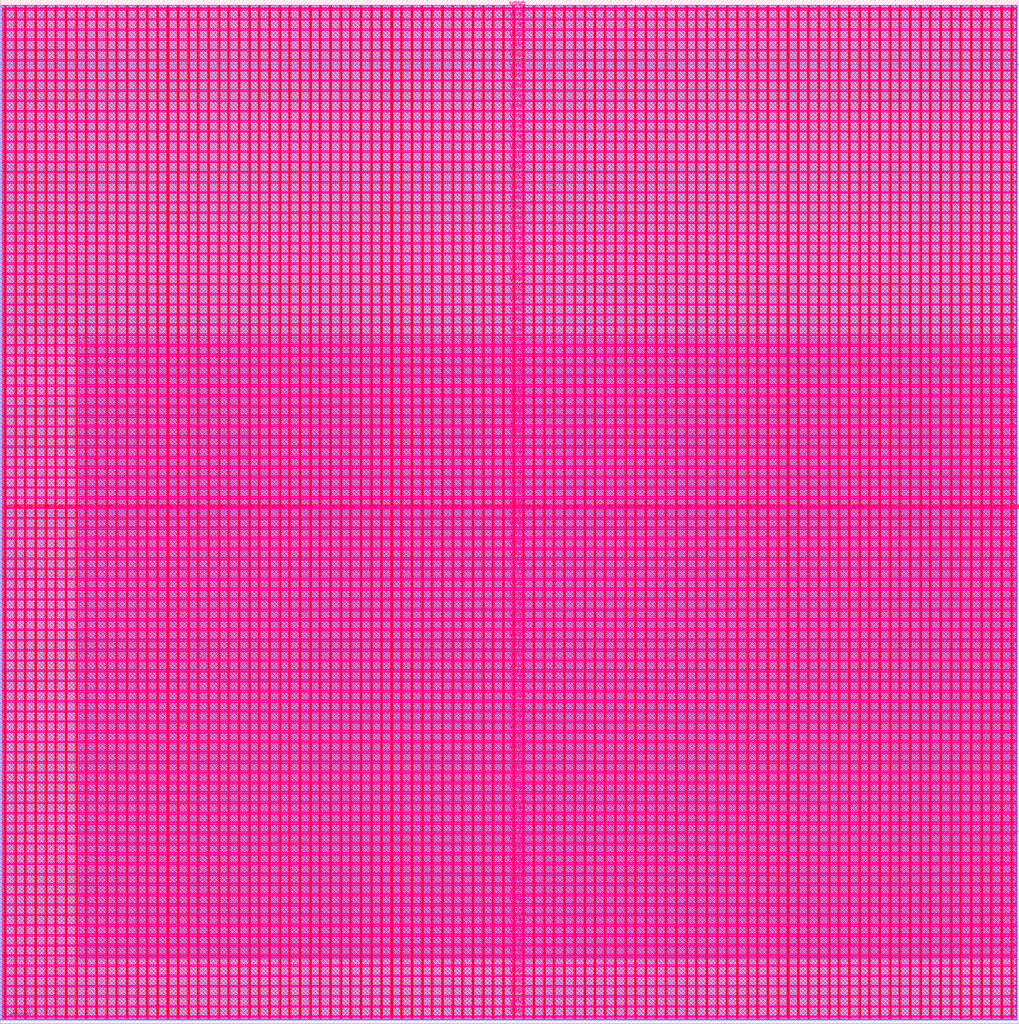
<source format=lef>
VERSION 5.7 ;
  NOWIREEXTENSIONATPIN ON ;
  DIVIDERCHAR "/" ;
  BUSBITCHARS "[]" ;
MACRO cpu
  CLASS BLOCK ;
  FOREIGN cpu ;
  ORIGIN 0.000 0.000 ;
  SIZE 2504.975 BY 2515.695 ;
  PIN VGND
    DIRECTION INOUT ;
    USE GROUND ;
    PORT
      LAYER met4 ;
        RECT 13.020 10.640 14.620 2502.640 ;
    END
    PORT
      LAYER met4 ;
        RECT 38.020 10.640 39.620 2502.640 ;
    END
    PORT
      LAYER met4 ;
        RECT 63.020 10.640 64.620 2502.640 ;
    END
    PORT
      LAYER met4 ;
        RECT 88.020 10.640 89.620 2502.640 ;
    END
    PORT
      LAYER met4 ;
        RECT 113.020 10.640 114.620 2502.640 ;
    END
    PORT
      LAYER met4 ;
        RECT 138.020 10.640 139.620 2502.640 ;
    END
    PORT
      LAYER met4 ;
        RECT 163.020 10.640 164.620 2502.640 ;
    END
    PORT
      LAYER met4 ;
        RECT 188.020 10.640 189.620 2502.640 ;
    END
    PORT
      LAYER met4 ;
        RECT 213.020 10.640 214.620 2502.640 ;
    END
    PORT
      LAYER met4 ;
        RECT 238.020 10.640 239.620 2502.640 ;
    END
    PORT
      LAYER met4 ;
        RECT 263.020 10.640 264.620 2502.640 ;
    END
    PORT
      LAYER met4 ;
        RECT 288.020 10.640 289.620 2502.640 ;
    END
    PORT
      LAYER met4 ;
        RECT 313.020 10.640 314.620 2502.640 ;
    END
    PORT
      LAYER met4 ;
        RECT 338.020 10.640 339.620 2502.640 ;
    END
    PORT
      LAYER met4 ;
        RECT 363.020 10.640 364.620 2502.640 ;
    END
    PORT
      LAYER met4 ;
        RECT 388.020 10.640 389.620 2502.640 ;
    END
    PORT
      LAYER met4 ;
        RECT 413.020 10.640 414.620 2502.640 ;
    END
    PORT
      LAYER met4 ;
        RECT 438.020 10.640 439.620 2502.640 ;
    END
    PORT
      LAYER met4 ;
        RECT 463.020 10.640 464.620 2502.640 ;
    END
    PORT
      LAYER met4 ;
        RECT 488.020 10.640 489.620 2502.640 ;
    END
    PORT
      LAYER met4 ;
        RECT 513.020 10.640 514.620 2502.640 ;
    END
    PORT
      LAYER met4 ;
        RECT 538.020 10.640 539.620 2502.640 ;
    END
    PORT
      LAYER met4 ;
        RECT 563.020 10.640 564.620 2502.640 ;
    END
    PORT
      LAYER met4 ;
        RECT 588.020 10.640 589.620 2502.640 ;
    END
    PORT
      LAYER met4 ;
        RECT 613.020 10.640 614.620 2502.640 ;
    END
    PORT
      LAYER met4 ;
        RECT 638.020 10.640 639.620 2502.640 ;
    END
    PORT
      LAYER met4 ;
        RECT 663.020 10.640 664.620 2502.640 ;
    END
    PORT
      LAYER met4 ;
        RECT 688.020 10.640 689.620 2502.640 ;
    END
    PORT
      LAYER met4 ;
        RECT 713.020 10.640 714.620 2502.640 ;
    END
    PORT
      LAYER met4 ;
        RECT 738.020 10.640 739.620 2502.640 ;
    END
    PORT
      LAYER met4 ;
        RECT 763.020 10.640 764.620 2502.640 ;
    END
    PORT
      LAYER met4 ;
        RECT 788.020 10.640 789.620 2502.640 ;
    END
    PORT
      LAYER met4 ;
        RECT 813.020 10.640 814.620 2502.640 ;
    END
    PORT
      LAYER met4 ;
        RECT 838.020 10.640 839.620 2502.640 ;
    END
    PORT
      LAYER met4 ;
        RECT 863.020 10.640 864.620 2502.640 ;
    END
    PORT
      LAYER met4 ;
        RECT 888.020 10.640 889.620 2502.640 ;
    END
    PORT
      LAYER met4 ;
        RECT 913.020 10.640 914.620 2502.640 ;
    END
    PORT
      LAYER met4 ;
        RECT 938.020 10.640 939.620 2502.640 ;
    END
    PORT
      LAYER met4 ;
        RECT 963.020 10.640 964.620 2502.640 ;
    END
    PORT
      LAYER met4 ;
        RECT 988.020 10.640 989.620 2502.640 ;
    END
    PORT
      LAYER met4 ;
        RECT 1013.020 10.640 1014.620 2502.640 ;
    END
    PORT
      LAYER met4 ;
        RECT 1038.020 10.640 1039.620 2502.640 ;
    END
    PORT
      LAYER met4 ;
        RECT 1063.020 10.640 1064.620 2502.640 ;
    END
    PORT
      LAYER met4 ;
        RECT 1088.020 10.640 1089.620 2502.640 ;
    END
    PORT
      LAYER met4 ;
        RECT 1113.020 10.640 1114.620 2502.640 ;
    END
    PORT
      LAYER met4 ;
        RECT 1138.020 10.640 1139.620 2502.640 ;
    END
    PORT
      LAYER met4 ;
        RECT 1163.020 10.640 1164.620 2502.640 ;
    END
    PORT
      LAYER met4 ;
        RECT 1188.020 10.640 1189.620 2502.640 ;
    END
    PORT
      LAYER met4 ;
        RECT 1213.020 10.640 1214.620 2502.640 ;
    END
    PORT
      LAYER met4 ;
        RECT 1238.020 10.640 1239.620 2502.640 ;
    END
    PORT
      LAYER met4 ;
        RECT 1263.020 10.640 1264.620 2502.640 ;
    END
    PORT
      LAYER met4 ;
        RECT 1288.020 10.640 1289.620 2502.640 ;
    END
    PORT
      LAYER met4 ;
        RECT 1313.020 10.640 1314.620 2502.640 ;
    END
    PORT
      LAYER met4 ;
        RECT 1338.020 10.640 1339.620 2502.640 ;
    END
    PORT
      LAYER met4 ;
        RECT 1363.020 10.640 1364.620 2502.640 ;
    END
    PORT
      LAYER met4 ;
        RECT 1388.020 10.640 1389.620 2502.640 ;
    END
    PORT
      LAYER met4 ;
        RECT 1413.020 10.640 1414.620 2502.640 ;
    END
    PORT
      LAYER met4 ;
        RECT 1438.020 10.640 1439.620 2502.640 ;
    END
    PORT
      LAYER met4 ;
        RECT 1463.020 10.640 1464.620 2502.640 ;
    END
    PORT
      LAYER met4 ;
        RECT 1488.020 10.640 1489.620 2502.640 ;
    END
    PORT
      LAYER met4 ;
        RECT 1513.020 10.640 1514.620 2502.640 ;
    END
    PORT
      LAYER met4 ;
        RECT 1538.020 10.640 1539.620 2502.640 ;
    END
    PORT
      LAYER met4 ;
        RECT 1563.020 10.640 1564.620 2502.640 ;
    END
    PORT
      LAYER met4 ;
        RECT 1588.020 10.640 1589.620 2502.640 ;
    END
    PORT
      LAYER met4 ;
        RECT 1613.020 10.640 1614.620 2502.640 ;
    END
    PORT
      LAYER met4 ;
        RECT 1638.020 10.640 1639.620 2502.640 ;
    END
    PORT
      LAYER met4 ;
        RECT 1663.020 10.640 1664.620 2502.640 ;
    END
    PORT
      LAYER met4 ;
        RECT 1688.020 10.640 1689.620 2502.640 ;
    END
    PORT
      LAYER met4 ;
        RECT 1713.020 10.640 1714.620 2502.640 ;
    END
    PORT
      LAYER met4 ;
        RECT 1738.020 10.640 1739.620 2502.640 ;
    END
    PORT
      LAYER met4 ;
        RECT 1763.020 10.640 1764.620 2502.640 ;
    END
    PORT
      LAYER met4 ;
        RECT 1788.020 10.640 1789.620 2502.640 ;
    END
    PORT
      LAYER met4 ;
        RECT 1813.020 10.640 1814.620 2502.640 ;
    END
    PORT
      LAYER met4 ;
        RECT 1838.020 10.640 1839.620 2502.640 ;
    END
    PORT
      LAYER met4 ;
        RECT 1863.020 10.640 1864.620 2502.640 ;
    END
    PORT
      LAYER met4 ;
        RECT 1888.020 10.640 1889.620 2502.640 ;
    END
    PORT
      LAYER met4 ;
        RECT 1913.020 10.640 1914.620 2502.640 ;
    END
    PORT
      LAYER met4 ;
        RECT 1938.020 10.640 1939.620 2502.640 ;
    END
    PORT
      LAYER met4 ;
        RECT 1963.020 10.640 1964.620 2502.640 ;
    END
    PORT
      LAYER met4 ;
        RECT 1988.020 10.640 1989.620 2502.640 ;
    END
    PORT
      LAYER met4 ;
        RECT 2013.020 10.640 2014.620 2502.640 ;
    END
    PORT
      LAYER met4 ;
        RECT 2038.020 10.640 2039.620 2502.640 ;
    END
    PORT
      LAYER met4 ;
        RECT 2063.020 10.640 2064.620 2502.640 ;
    END
    PORT
      LAYER met4 ;
        RECT 2088.020 10.640 2089.620 2502.640 ;
    END
    PORT
      LAYER met4 ;
        RECT 2113.020 10.640 2114.620 2502.640 ;
    END
    PORT
      LAYER met4 ;
        RECT 2138.020 10.640 2139.620 2502.640 ;
    END
    PORT
      LAYER met4 ;
        RECT 2163.020 10.640 2164.620 2502.640 ;
    END
    PORT
      LAYER met4 ;
        RECT 2188.020 10.640 2189.620 2502.640 ;
    END
    PORT
      LAYER met4 ;
        RECT 2213.020 10.640 2214.620 2502.640 ;
    END
    PORT
      LAYER met4 ;
        RECT 2238.020 10.640 2239.620 2502.640 ;
    END
    PORT
      LAYER met4 ;
        RECT 2263.020 10.640 2264.620 2502.640 ;
    END
    PORT
      LAYER met4 ;
        RECT 2288.020 10.640 2289.620 2502.640 ;
    END
    PORT
      LAYER met4 ;
        RECT 2313.020 10.640 2314.620 2502.640 ;
    END
    PORT
      LAYER met4 ;
        RECT 2338.020 10.640 2339.620 2502.640 ;
    END
    PORT
      LAYER met4 ;
        RECT 2363.020 10.640 2364.620 2502.640 ;
    END
    PORT
      LAYER met4 ;
        RECT 2388.020 10.640 2389.620 2502.640 ;
    END
    PORT
      LAYER met4 ;
        RECT 2413.020 10.640 2414.620 2502.640 ;
    END
    PORT
      LAYER met4 ;
        RECT 2438.020 10.640 2439.620 2502.640 ;
    END
    PORT
      LAYER met4 ;
        RECT 2463.020 10.640 2464.620 2502.640 ;
    END
    PORT
      LAYER met4 ;
        RECT 2488.020 10.640 2489.620 2502.640 ;
    END
    PORT
      LAYER met5 ;
        RECT 5.280 18.380 2499.420 19.980 ;
    END
    PORT
      LAYER met5 ;
        RECT 5.280 43.380 2499.420 44.980 ;
    END
    PORT
      LAYER met5 ;
        RECT 5.280 68.380 2499.420 69.980 ;
    END
    PORT
      LAYER met5 ;
        RECT 5.280 93.380 2499.420 94.980 ;
    END
    PORT
      LAYER met5 ;
        RECT 5.280 118.380 2499.420 119.980 ;
    END
    PORT
      LAYER met5 ;
        RECT 5.280 143.380 2499.420 144.980 ;
    END
    PORT
      LAYER met5 ;
        RECT 5.280 168.380 2499.420 169.980 ;
    END
    PORT
      LAYER met5 ;
        RECT 5.280 193.380 2499.420 194.980 ;
    END
    PORT
      LAYER met5 ;
        RECT 5.280 218.380 2499.420 219.980 ;
    END
    PORT
      LAYER met5 ;
        RECT 5.280 243.380 2499.420 244.980 ;
    END
    PORT
      LAYER met5 ;
        RECT 5.280 268.380 2499.420 269.980 ;
    END
    PORT
      LAYER met5 ;
        RECT 5.280 293.380 2499.420 294.980 ;
    END
    PORT
      LAYER met5 ;
        RECT 5.280 318.380 2499.420 319.980 ;
    END
    PORT
      LAYER met5 ;
        RECT 5.280 343.380 2499.420 344.980 ;
    END
    PORT
      LAYER met5 ;
        RECT 5.280 368.380 2499.420 369.980 ;
    END
    PORT
      LAYER met5 ;
        RECT 5.280 393.380 2499.420 394.980 ;
    END
    PORT
      LAYER met5 ;
        RECT 5.280 418.380 2499.420 419.980 ;
    END
    PORT
      LAYER met5 ;
        RECT 5.280 443.380 2499.420 444.980 ;
    END
    PORT
      LAYER met5 ;
        RECT 5.280 468.380 2499.420 469.980 ;
    END
    PORT
      LAYER met5 ;
        RECT 5.280 493.380 2499.420 494.980 ;
    END
    PORT
      LAYER met5 ;
        RECT 5.280 518.380 2499.420 519.980 ;
    END
    PORT
      LAYER met5 ;
        RECT 5.280 543.380 2499.420 544.980 ;
    END
    PORT
      LAYER met5 ;
        RECT 5.280 568.380 2499.420 569.980 ;
    END
    PORT
      LAYER met5 ;
        RECT 5.280 593.380 2499.420 594.980 ;
    END
    PORT
      LAYER met5 ;
        RECT 5.280 618.380 2499.420 619.980 ;
    END
    PORT
      LAYER met5 ;
        RECT 5.280 643.380 2499.420 644.980 ;
    END
    PORT
      LAYER met5 ;
        RECT 5.280 668.380 2499.420 669.980 ;
    END
    PORT
      LAYER met5 ;
        RECT 5.280 693.380 2499.420 694.980 ;
    END
    PORT
      LAYER met5 ;
        RECT 5.280 718.380 2499.420 719.980 ;
    END
    PORT
      LAYER met5 ;
        RECT 5.280 743.380 2499.420 744.980 ;
    END
    PORT
      LAYER met5 ;
        RECT 5.280 768.380 2499.420 769.980 ;
    END
    PORT
      LAYER met5 ;
        RECT 5.280 793.380 2499.420 794.980 ;
    END
    PORT
      LAYER met5 ;
        RECT 5.280 818.380 2499.420 819.980 ;
    END
    PORT
      LAYER met5 ;
        RECT 5.280 843.380 2499.420 844.980 ;
    END
    PORT
      LAYER met5 ;
        RECT 5.280 868.380 2499.420 869.980 ;
    END
    PORT
      LAYER met5 ;
        RECT 5.280 893.380 2499.420 894.980 ;
    END
    PORT
      LAYER met5 ;
        RECT 5.280 918.380 2499.420 919.980 ;
    END
    PORT
      LAYER met5 ;
        RECT 5.280 943.380 2499.420 944.980 ;
    END
    PORT
      LAYER met5 ;
        RECT 5.280 968.380 2499.420 969.980 ;
    END
    PORT
      LAYER met5 ;
        RECT 5.280 993.380 2499.420 994.980 ;
    END
    PORT
      LAYER met5 ;
        RECT 5.280 1018.380 2499.420 1019.980 ;
    END
    PORT
      LAYER met5 ;
        RECT 5.280 1043.380 2499.420 1044.980 ;
    END
    PORT
      LAYER met5 ;
        RECT 5.280 1068.380 2499.420 1069.980 ;
    END
    PORT
      LAYER met5 ;
        RECT 5.280 1093.380 2499.420 1094.980 ;
    END
    PORT
      LAYER met5 ;
        RECT 5.280 1118.380 2499.420 1119.980 ;
    END
    PORT
      LAYER met5 ;
        RECT 5.280 1143.380 2499.420 1144.980 ;
    END
    PORT
      LAYER met5 ;
        RECT 5.280 1168.380 2499.420 1169.980 ;
    END
    PORT
      LAYER met5 ;
        RECT 5.280 1193.380 2499.420 1194.980 ;
    END
    PORT
      LAYER met5 ;
        RECT 5.280 1218.380 2499.420 1219.980 ;
    END
    PORT
      LAYER met5 ;
        RECT 5.280 1243.380 2499.420 1244.980 ;
    END
    PORT
      LAYER met5 ;
        RECT 5.280 1268.380 2499.420 1269.980 ;
    END
    PORT
      LAYER met5 ;
        RECT 5.280 1293.380 2499.420 1294.980 ;
    END
    PORT
      LAYER met5 ;
        RECT 5.280 1318.380 2499.420 1319.980 ;
    END
    PORT
      LAYER met5 ;
        RECT 5.280 1343.380 2499.420 1344.980 ;
    END
    PORT
      LAYER met5 ;
        RECT 5.280 1368.380 2499.420 1369.980 ;
    END
    PORT
      LAYER met5 ;
        RECT 5.280 1393.380 2499.420 1394.980 ;
    END
    PORT
      LAYER met5 ;
        RECT 5.280 1418.380 2499.420 1419.980 ;
    END
    PORT
      LAYER met5 ;
        RECT 5.280 1443.380 2499.420 1444.980 ;
    END
    PORT
      LAYER met5 ;
        RECT 5.280 1468.380 2499.420 1469.980 ;
    END
    PORT
      LAYER met5 ;
        RECT 5.280 1493.380 2499.420 1494.980 ;
    END
    PORT
      LAYER met5 ;
        RECT 5.280 1518.380 2499.420 1519.980 ;
    END
    PORT
      LAYER met5 ;
        RECT 5.280 1543.380 2499.420 1544.980 ;
    END
    PORT
      LAYER met5 ;
        RECT 5.280 1568.380 2499.420 1569.980 ;
    END
    PORT
      LAYER met5 ;
        RECT 5.280 1593.380 2499.420 1594.980 ;
    END
    PORT
      LAYER met5 ;
        RECT 5.280 1618.380 2499.420 1619.980 ;
    END
    PORT
      LAYER met5 ;
        RECT 5.280 1643.380 2499.420 1644.980 ;
    END
    PORT
      LAYER met5 ;
        RECT 5.280 1668.380 2499.420 1669.980 ;
    END
    PORT
      LAYER met5 ;
        RECT 5.280 1693.380 2499.420 1694.980 ;
    END
    PORT
      LAYER met5 ;
        RECT 5.280 1718.380 2499.420 1719.980 ;
    END
    PORT
      LAYER met5 ;
        RECT 5.280 1743.380 2499.420 1744.980 ;
    END
    PORT
      LAYER met5 ;
        RECT 5.280 1768.380 2499.420 1769.980 ;
    END
    PORT
      LAYER met5 ;
        RECT 5.280 1793.380 2499.420 1794.980 ;
    END
    PORT
      LAYER met5 ;
        RECT 5.280 1818.380 2499.420 1819.980 ;
    END
    PORT
      LAYER met5 ;
        RECT 5.280 1843.380 2499.420 1844.980 ;
    END
    PORT
      LAYER met5 ;
        RECT 5.280 1868.380 2499.420 1869.980 ;
    END
    PORT
      LAYER met5 ;
        RECT 5.280 1893.380 2499.420 1894.980 ;
    END
    PORT
      LAYER met5 ;
        RECT 5.280 1918.380 2499.420 1919.980 ;
    END
    PORT
      LAYER met5 ;
        RECT 5.280 1943.380 2499.420 1944.980 ;
    END
    PORT
      LAYER met5 ;
        RECT 5.280 1968.380 2499.420 1969.980 ;
    END
    PORT
      LAYER met5 ;
        RECT 5.280 1993.380 2499.420 1994.980 ;
    END
    PORT
      LAYER met5 ;
        RECT 5.280 2018.380 2499.420 2019.980 ;
    END
    PORT
      LAYER met5 ;
        RECT 5.280 2043.380 2499.420 2044.980 ;
    END
    PORT
      LAYER met5 ;
        RECT 5.280 2068.380 2499.420 2069.980 ;
    END
    PORT
      LAYER met5 ;
        RECT 5.280 2093.380 2499.420 2094.980 ;
    END
    PORT
      LAYER met5 ;
        RECT 5.280 2118.380 2499.420 2119.980 ;
    END
    PORT
      LAYER met5 ;
        RECT 5.280 2143.380 2499.420 2144.980 ;
    END
    PORT
      LAYER met5 ;
        RECT 5.280 2168.380 2499.420 2169.980 ;
    END
    PORT
      LAYER met5 ;
        RECT 5.280 2193.380 2499.420 2194.980 ;
    END
    PORT
      LAYER met5 ;
        RECT 5.280 2218.380 2499.420 2219.980 ;
    END
    PORT
      LAYER met5 ;
        RECT 5.280 2243.380 2499.420 2244.980 ;
    END
    PORT
      LAYER met5 ;
        RECT 5.280 2268.380 2499.420 2269.980 ;
    END
    PORT
      LAYER met5 ;
        RECT 5.280 2293.380 2499.420 2294.980 ;
    END
    PORT
      LAYER met5 ;
        RECT 5.280 2318.380 2499.420 2319.980 ;
    END
    PORT
      LAYER met5 ;
        RECT 5.280 2343.380 2499.420 2344.980 ;
    END
    PORT
      LAYER met5 ;
        RECT 5.280 2368.380 2499.420 2369.980 ;
    END
    PORT
      LAYER met5 ;
        RECT 5.280 2393.380 2499.420 2394.980 ;
    END
    PORT
      LAYER met5 ;
        RECT 5.280 2418.380 2499.420 2419.980 ;
    END
    PORT
      LAYER met5 ;
        RECT 5.280 2443.380 2499.420 2444.980 ;
    END
    PORT
      LAYER met5 ;
        RECT 5.280 2468.380 2499.420 2469.980 ;
    END
    PORT
      LAYER met5 ;
        RECT 5.280 2493.380 2499.420 2494.980 ;
    END
  END VGND
  PIN VPWR
    DIRECTION INOUT ;
    USE POWER ;
    PORT
      LAYER met4 ;
        RECT 9.720 10.640 11.320 2502.640 ;
    END
    PORT
      LAYER met4 ;
        RECT 34.720 10.640 36.320 2502.640 ;
    END
    PORT
      LAYER met4 ;
        RECT 59.720 10.640 61.320 2502.640 ;
    END
    PORT
      LAYER met4 ;
        RECT 84.720 10.640 86.320 2502.640 ;
    END
    PORT
      LAYER met4 ;
        RECT 109.720 10.640 111.320 2502.640 ;
    END
    PORT
      LAYER met4 ;
        RECT 134.720 10.640 136.320 2502.640 ;
    END
    PORT
      LAYER met4 ;
        RECT 159.720 10.640 161.320 2502.640 ;
    END
    PORT
      LAYER met4 ;
        RECT 184.720 10.640 186.320 2502.640 ;
    END
    PORT
      LAYER met4 ;
        RECT 209.720 10.640 211.320 2502.640 ;
    END
    PORT
      LAYER met4 ;
        RECT 234.720 10.640 236.320 2502.640 ;
    END
    PORT
      LAYER met4 ;
        RECT 259.720 10.640 261.320 2502.640 ;
    END
    PORT
      LAYER met4 ;
        RECT 284.720 10.640 286.320 2502.640 ;
    END
    PORT
      LAYER met4 ;
        RECT 309.720 10.640 311.320 2502.640 ;
    END
    PORT
      LAYER met4 ;
        RECT 334.720 10.640 336.320 2502.640 ;
    END
    PORT
      LAYER met4 ;
        RECT 359.720 10.640 361.320 2502.640 ;
    END
    PORT
      LAYER met4 ;
        RECT 384.720 10.640 386.320 2502.640 ;
    END
    PORT
      LAYER met4 ;
        RECT 409.720 10.640 411.320 2502.640 ;
    END
    PORT
      LAYER met4 ;
        RECT 434.720 10.640 436.320 2502.640 ;
    END
    PORT
      LAYER met4 ;
        RECT 459.720 10.640 461.320 2502.640 ;
    END
    PORT
      LAYER met4 ;
        RECT 484.720 10.640 486.320 2502.640 ;
    END
    PORT
      LAYER met4 ;
        RECT 509.720 10.640 511.320 2502.640 ;
    END
    PORT
      LAYER met4 ;
        RECT 534.720 10.640 536.320 2502.640 ;
    END
    PORT
      LAYER met4 ;
        RECT 559.720 10.640 561.320 2502.640 ;
    END
    PORT
      LAYER met4 ;
        RECT 584.720 10.640 586.320 2502.640 ;
    END
    PORT
      LAYER met4 ;
        RECT 609.720 10.640 611.320 2502.640 ;
    END
    PORT
      LAYER met4 ;
        RECT 634.720 10.640 636.320 2502.640 ;
    END
    PORT
      LAYER met4 ;
        RECT 659.720 10.640 661.320 2502.640 ;
    END
    PORT
      LAYER met4 ;
        RECT 684.720 10.640 686.320 2502.640 ;
    END
    PORT
      LAYER met4 ;
        RECT 709.720 10.640 711.320 2502.640 ;
    END
    PORT
      LAYER met4 ;
        RECT 734.720 10.640 736.320 2502.640 ;
    END
    PORT
      LAYER met4 ;
        RECT 759.720 10.640 761.320 2502.640 ;
    END
    PORT
      LAYER met4 ;
        RECT 784.720 10.640 786.320 2502.640 ;
    END
    PORT
      LAYER met4 ;
        RECT 809.720 10.640 811.320 2502.640 ;
    END
    PORT
      LAYER met4 ;
        RECT 834.720 10.640 836.320 2502.640 ;
    END
    PORT
      LAYER met4 ;
        RECT 859.720 10.640 861.320 2502.640 ;
    END
    PORT
      LAYER met4 ;
        RECT 884.720 10.640 886.320 2502.640 ;
    END
    PORT
      LAYER met4 ;
        RECT 909.720 10.640 911.320 2502.640 ;
    END
    PORT
      LAYER met4 ;
        RECT 934.720 10.640 936.320 2502.640 ;
    END
    PORT
      LAYER met4 ;
        RECT 959.720 10.640 961.320 2502.640 ;
    END
    PORT
      LAYER met4 ;
        RECT 984.720 10.640 986.320 2502.640 ;
    END
    PORT
      LAYER met4 ;
        RECT 1009.720 10.640 1011.320 2502.640 ;
    END
    PORT
      LAYER met4 ;
        RECT 1034.720 10.640 1036.320 2502.640 ;
    END
    PORT
      LAYER met4 ;
        RECT 1059.720 10.640 1061.320 2502.640 ;
    END
    PORT
      LAYER met4 ;
        RECT 1084.720 10.640 1086.320 2502.640 ;
    END
    PORT
      LAYER met4 ;
        RECT 1109.720 10.640 1111.320 2502.640 ;
    END
    PORT
      LAYER met4 ;
        RECT 1134.720 10.640 1136.320 2502.640 ;
    END
    PORT
      LAYER met4 ;
        RECT 1159.720 10.640 1161.320 2502.640 ;
    END
    PORT
      LAYER met4 ;
        RECT 1184.720 10.640 1186.320 2502.640 ;
    END
    PORT
      LAYER met4 ;
        RECT 1209.720 10.640 1211.320 2502.640 ;
    END
    PORT
      LAYER met4 ;
        RECT 1234.720 10.640 1236.320 2502.640 ;
    END
    PORT
      LAYER met4 ;
        RECT 1259.720 10.640 1261.320 2502.640 ;
    END
    PORT
      LAYER met4 ;
        RECT 1284.720 10.640 1286.320 2502.640 ;
    END
    PORT
      LAYER met4 ;
        RECT 1309.720 10.640 1311.320 2502.640 ;
    END
    PORT
      LAYER met4 ;
        RECT 1334.720 10.640 1336.320 2502.640 ;
    END
    PORT
      LAYER met4 ;
        RECT 1359.720 10.640 1361.320 2502.640 ;
    END
    PORT
      LAYER met4 ;
        RECT 1384.720 10.640 1386.320 2502.640 ;
    END
    PORT
      LAYER met4 ;
        RECT 1409.720 10.640 1411.320 2502.640 ;
    END
    PORT
      LAYER met4 ;
        RECT 1434.720 10.640 1436.320 2502.640 ;
    END
    PORT
      LAYER met4 ;
        RECT 1459.720 10.640 1461.320 2502.640 ;
    END
    PORT
      LAYER met4 ;
        RECT 1484.720 10.640 1486.320 2502.640 ;
    END
    PORT
      LAYER met4 ;
        RECT 1509.720 10.640 1511.320 2502.640 ;
    END
    PORT
      LAYER met4 ;
        RECT 1534.720 10.640 1536.320 2502.640 ;
    END
    PORT
      LAYER met4 ;
        RECT 1559.720 10.640 1561.320 2502.640 ;
    END
    PORT
      LAYER met4 ;
        RECT 1584.720 10.640 1586.320 2502.640 ;
    END
    PORT
      LAYER met4 ;
        RECT 1609.720 10.640 1611.320 2502.640 ;
    END
    PORT
      LAYER met4 ;
        RECT 1634.720 10.640 1636.320 2502.640 ;
    END
    PORT
      LAYER met4 ;
        RECT 1659.720 10.640 1661.320 2502.640 ;
    END
    PORT
      LAYER met4 ;
        RECT 1684.720 10.640 1686.320 2502.640 ;
    END
    PORT
      LAYER met4 ;
        RECT 1709.720 10.640 1711.320 2502.640 ;
    END
    PORT
      LAYER met4 ;
        RECT 1734.720 10.640 1736.320 2502.640 ;
    END
    PORT
      LAYER met4 ;
        RECT 1759.720 10.640 1761.320 2502.640 ;
    END
    PORT
      LAYER met4 ;
        RECT 1784.720 10.640 1786.320 2502.640 ;
    END
    PORT
      LAYER met4 ;
        RECT 1809.720 10.640 1811.320 2502.640 ;
    END
    PORT
      LAYER met4 ;
        RECT 1834.720 10.640 1836.320 2502.640 ;
    END
    PORT
      LAYER met4 ;
        RECT 1859.720 10.640 1861.320 2502.640 ;
    END
    PORT
      LAYER met4 ;
        RECT 1884.720 10.640 1886.320 2502.640 ;
    END
    PORT
      LAYER met4 ;
        RECT 1909.720 10.640 1911.320 2502.640 ;
    END
    PORT
      LAYER met4 ;
        RECT 1934.720 10.640 1936.320 2502.640 ;
    END
    PORT
      LAYER met4 ;
        RECT 1959.720 10.640 1961.320 2502.640 ;
    END
    PORT
      LAYER met4 ;
        RECT 1984.720 10.640 1986.320 2502.640 ;
    END
    PORT
      LAYER met4 ;
        RECT 2009.720 10.640 2011.320 2502.640 ;
    END
    PORT
      LAYER met4 ;
        RECT 2034.720 10.640 2036.320 2502.640 ;
    END
    PORT
      LAYER met4 ;
        RECT 2059.720 10.640 2061.320 2502.640 ;
    END
    PORT
      LAYER met4 ;
        RECT 2084.720 10.640 2086.320 2502.640 ;
    END
    PORT
      LAYER met4 ;
        RECT 2109.720 10.640 2111.320 2502.640 ;
    END
    PORT
      LAYER met4 ;
        RECT 2134.720 10.640 2136.320 2502.640 ;
    END
    PORT
      LAYER met4 ;
        RECT 2159.720 10.640 2161.320 2502.640 ;
    END
    PORT
      LAYER met4 ;
        RECT 2184.720 10.640 2186.320 2502.640 ;
    END
    PORT
      LAYER met4 ;
        RECT 2209.720 10.640 2211.320 2502.640 ;
    END
    PORT
      LAYER met4 ;
        RECT 2234.720 10.640 2236.320 2502.640 ;
    END
    PORT
      LAYER met4 ;
        RECT 2259.720 10.640 2261.320 2502.640 ;
    END
    PORT
      LAYER met4 ;
        RECT 2284.720 10.640 2286.320 2502.640 ;
    END
    PORT
      LAYER met4 ;
        RECT 2309.720 10.640 2311.320 2502.640 ;
    END
    PORT
      LAYER met4 ;
        RECT 2334.720 10.640 2336.320 2502.640 ;
    END
    PORT
      LAYER met4 ;
        RECT 2359.720 10.640 2361.320 2502.640 ;
    END
    PORT
      LAYER met4 ;
        RECT 2384.720 10.640 2386.320 2502.640 ;
    END
    PORT
      LAYER met4 ;
        RECT 2409.720 10.640 2411.320 2502.640 ;
    END
    PORT
      LAYER met4 ;
        RECT 2434.720 10.640 2436.320 2502.640 ;
    END
    PORT
      LAYER met4 ;
        RECT 2459.720 10.640 2461.320 2502.640 ;
    END
    PORT
      LAYER met4 ;
        RECT 2484.720 10.640 2486.320 2502.640 ;
    END
    PORT
      LAYER met5 ;
        RECT 5.280 15.080 2499.420 16.680 ;
    END
    PORT
      LAYER met5 ;
        RECT 5.280 40.080 2499.420 41.680 ;
    END
    PORT
      LAYER met5 ;
        RECT 5.280 65.080 2499.420 66.680 ;
    END
    PORT
      LAYER met5 ;
        RECT 5.280 90.080 2499.420 91.680 ;
    END
    PORT
      LAYER met5 ;
        RECT 5.280 115.080 2499.420 116.680 ;
    END
    PORT
      LAYER met5 ;
        RECT 5.280 140.080 2499.420 141.680 ;
    END
    PORT
      LAYER met5 ;
        RECT 5.280 165.080 2499.420 166.680 ;
    END
    PORT
      LAYER met5 ;
        RECT 5.280 190.080 2499.420 191.680 ;
    END
    PORT
      LAYER met5 ;
        RECT 5.280 215.080 2499.420 216.680 ;
    END
    PORT
      LAYER met5 ;
        RECT 5.280 240.080 2499.420 241.680 ;
    END
    PORT
      LAYER met5 ;
        RECT 5.280 265.080 2499.420 266.680 ;
    END
    PORT
      LAYER met5 ;
        RECT 5.280 290.080 2499.420 291.680 ;
    END
    PORT
      LAYER met5 ;
        RECT 5.280 315.080 2499.420 316.680 ;
    END
    PORT
      LAYER met5 ;
        RECT 5.280 340.080 2499.420 341.680 ;
    END
    PORT
      LAYER met5 ;
        RECT 5.280 365.080 2499.420 366.680 ;
    END
    PORT
      LAYER met5 ;
        RECT 5.280 390.080 2499.420 391.680 ;
    END
    PORT
      LAYER met5 ;
        RECT 5.280 415.080 2499.420 416.680 ;
    END
    PORT
      LAYER met5 ;
        RECT 5.280 440.080 2499.420 441.680 ;
    END
    PORT
      LAYER met5 ;
        RECT 5.280 465.080 2499.420 466.680 ;
    END
    PORT
      LAYER met5 ;
        RECT 5.280 490.080 2499.420 491.680 ;
    END
    PORT
      LAYER met5 ;
        RECT 5.280 515.080 2499.420 516.680 ;
    END
    PORT
      LAYER met5 ;
        RECT 5.280 540.080 2499.420 541.680 ;
    END
    PORT
      LAYER met5 ;
        RECT 5.280 565.080 2499.420 566.680 ;
    END
    PORT
      LAYER met5 ;
        RECT 5.280 590.080 2499.420 591.680 ;
    END
    PORT
      LAYER met5 ;
        RECT 5.280 615.080 2499.420 616.680 ;
    END
    PORT
      LAYER met5 ;
        RECT 5.280 640.080 2499.420 641.680 ;
    END
    PORT
      LAYER met5 ;
        RECT 5.280 665.080 2499.420 666.680 ;
    END
    PORT
      LAYER met5 ;
        RECT 5.280 690.080 2499.420 691.680 ;
    END
    PORT
      LAYER met5 ;
        RECT 5.280 715.080 2499.420 716.680 ;
    END
    PORT
      LAYER met5 ;
        RECT 5.280 740.080 2499.420 741.680 ;
    END
    PORT
      LAYER met5 ;
        RECT 5.280 765.080 2499.420 766.680 ;
    END
    PORT
      LAYER met5 ;
        RECT 5.280 790.080 2499.420 791.680 ;
    END
    PORT
      LAYER met5 ;
        RECT 5.280 815.080 2499.420 816.680 ;
    END
    PORT
      LAYER met5 ;
        RECT 5.280 840.080 2499.420 841.680 ;
    END
    PORT
      LAYER met5 ;
        RECT 5.280 865.080 2499.420 866.680 ;
    END
    PORT
      LAYER met5 ;
        RECT 5.280 890.080 2499.420 891.680 ;
    END
    PORT
      LAYER met5 ;
        RECT 5.280 915.080 2499.420 916.680 ;
    END
    PORT
      LAYER met5 ;
        RECT 5.280 940.080 2499.420 941.680 ;
    END
    PORT
      LAYER met5 ;
        RECT 5.280 965.080 2499.420 966.680 ;
    END
    PORT
      LAYER met5 ;
        RECT 5.280 990.080 2499.420 991.680 ;
    END
    PORT
      LAYER met5 ;
        RECT 5.280 1015.080 2499.420 1016.680 ;
    END
    PORT
      LAYER met5 ;
        RECT 5.280 1040.080 2499.420 1041.680 ;
    END
    PORT
      LAYER met5 ;
        RECT 5.280 1065.080 2499.420 1066.680 ;
    END
    PORT
      LAYER met5 ;
        RECT 5.280 1090.080 2499.420 1091.680 ;
    END
    PORT
      LAYER met5 ;
        RECT 5.280 1115.080 2499.420 1116.680 ;
    END
    PORT
      LAYER met5 ;
        RECT 5.280 1140.080 2499.420 1141.680 ;
    END
    PORT
      LAYER met5 ;
        RECT 5.280 1165.080 2499.420 1166.680 ;
    END
    PORT
      LAYER met5 ;
        RECT 5.280 1190.080 2499.420 1191.680 ;
    END
    PORT
      LAYER met5 ;
        RECT 5.280 1215.080 2499.420 1216.680 ;
    END
    PORT
      LAYER met5 ;
        RECT 5.280 1240.080 2499.420 1241.680 ;
    END
    PORT
      LAYER met5 ;
        RECT 5.280 1265.080 2499.420 1266.680 ;
    END
    PORT
      LAYER met5 ;
        RECT 5.280 1290.080 2499.420 1291.680 ;
    END
    PORT
      LAYER met5 ;
        RECT 5.280 1315.080 2499.420 1316.680 ;
    END
    PORT
      LAYER met5 ;
        RECT 5.280 1340.080 2499.420 1341.680 ;
    END
    PORT
      LAYER met5 ;
        RECT 5.280 1365.080 2499.420 1366.680 ;
    END
    PORT
      LAYER met5 ;
        RECT 5.280 1390.080 2499.420 1391.680 ;
    END
    PORT
      LAYER met5 ;
        RECT 5.280 1415.080 2499.420 1416.680 ;
    END
    PORT
      LAYER met5 ;
        RECT 5.280 1440.080 2499.420 1441.680 ;
    END
    PORT
      LAYER met5 ;
        RECT 5.280 1465.080 2499.420 1466.680 ;
    END
    PORT
      LAYER met5 ;
        RECT 5.280 1490.080 2499.420 1491.680 ;
    END
    PORT
      LAYER met5 ;
        RECT 5.280 1515.080 2499.420 1516.680 ;
    END
    PORT
      LAYER met5 ;
        RECT 5.280 1540.080 2499.420 1541.680 ;
    END
    PORT
      LAYER met5 ;
        RECT 5.280 1565.080 2499.420 1566.680 ;
    END
    PORT
      LAYER met5 ;
        RECT 5.280 1590.080 2499.420 1591.680 ;
    END
    PORT
      LAYER met5 ;
        RECT 5.280 1615.080 2499.420 1616.680 ;
    END
    PORT
      LAYER met5 ;
        RECT 5.280 1640.080 2499.420 1641.680 ;
    END
    PORT
      LAYER met5 ;
        RECT 5.280 1665.080 2499.420 1666.680 ;
    END
    PORT
      LAYER met5 ;
        RECT 5.280 1690.080 2499.420 1691.680 ;
    END
    PORT
      LAYER met5 ;
        RECT 5.280 1715.080 2499.420 1716.680 ;
    END
    PORT
      LAYER met5 ;
        RECT 5.280 1740.080 2499.420 1741.680 ;
    END
    PORT
      LAYER met5 ;
        RECT 5.280 1765.080 2499.420 1766.680 ;
    END
    PORT
      LAYER met5 ;
        RECT 5.280 1790.080 2499.420 1791.680 ;
    END
    PORT
      LAYER met5 ;
        RECT 5.280 1815.080 2499.420 1816.680 ;
    END
    PORT
      LAYER met5 ;
        RECT 5.280 1840.080 2499.420 1841.680 ;
    END
    PORT
      LAYER met5 ;
        RECT 5.280 1865.080 2499.420 1866.680 ;
    END
    PORT
      LAYER met5 ;
        RECT 5.280 1890.080 2499.420 1891.680 ;
    END
    PORT
      LAYER met5 ;
        RECT 5.280 1915.080 2499.420 1916.680 ;
    END
    PORT
      LAYER met5 ;
        RECT 5.280 1940.080 2499.420 1941.680 ;
    END
    PORT
      LAYER met5 ;
        RECT 5.280 1965.080 2499.420 1966.680 ;
    END
    PORT
      LAYER met5 ;
        RECT 5.280 1990.080 2499.420 1991.680 ;
    END
    PORT
      LAYER met5 ;
        RECT 5.280 2015.080 2499.420 2016.680 ;
    END
    PORT
      LAYER met5 ;
        RECT 5.280 2040.080 2499.420 2041.680 ;
    END
    PORT
      LAYER met5 ;
        RECT 5.280 2065.080 2499.420 2066.680 ;
    END
    PORT
      LAYER met5 ;
        RECT 5.280 2090.080 2499.420 2091.680 ;
    END
    PORT
      LAYER met5 ;
        RECT 5.280 2115.080 2499.420 2116.680 ;
    END
    PORT
      LAYER met5 ;
        RECT 5.280 2140.080 2499.420 2141.680 ;
    END
    PORT
      LAYER met5 ;
        RECT 5.280 2165.080 2499.420 2166.680 ;
    END
    PORT
      LAYER met5 ;
        RECT 5.280 2190.080 2499.420 2191.680 ;
    END
    PORT
      LAYER met5 ;
        RECT 5.280 2215.080 2499.420 2216.680 ;
    END
    PORT
      LAYER met5 ;
        RECT 5.280 2240.080 2499.420 2241.680 ;
    END
    PORT
      LAYER met5 ;
        RECT 5.280 2265.080 2499.420 2266.680 ;
    END
    PORT
      LAYER met5 ;
        RECT 5.280 2290.080 2499.420 2291.680 ;
    END
    PORT
      LAYER met5 ;
        RECT 5.280 2315.080 2499.420 2316.680 ;
    END
    PORT
      LAYER met5 ;
        RECT 5.280 2340.080 2499.420 2341.680 ;
    END
    PORT
      LAYER met5 ;
        RECT 5.280 2365.080 2499.420 2366.680 ;
    END
    PORT
      LAYER met5 ;
        RECT 5.280 2390.080 2499.420 2391.680 ;
    END
    PORT
      LAYER met5 ;
        RECT 5.280 2415.080 2499.420 2416.680 ;
    END
    PORT
      LAYER met5 ;
        RECT 5.280 2440.080 2499.420 2441.680 ;
    END
    PORT
      LAYER met5 ;
        RECT 5.280 2465.080 2499.420 2466.680 ;
    END
    PORT
      LAYER met5 ;
        RECT 5.280 2490.080 2499.420 2491.680 ;
    END
  END VPWR
  PIN an0
    DIRECTION OUTPUT ;
    USE SIGNAL ;
    PORT
      LAYER met3 ;
        RECT 2500.975 2356.920 2504.975 2357.520 ;
    END
  END an0
  PIN clk
    DIRECTION INPUT ;
    USE SIGNAL ;
    ANTENNAGATEAREA 0.852000 ;
    ANTENNADIFFAREA 0.869400 ;
    PORT
      LAYER met3 ;
        RECT 0.000 418.920 4.000 419.520 ;
    END
  END clk
  PIN control
    DIRECTION INPUT ;
    USE SIGNAL ;
    ANTENNAGATEAREA 0.990000 ;
    PORT
      LAYER met3 ;
        RECT 0.000 1256.680 4.000 1257.280 ;
    END
  END control
  PIN display[0]
    DIRECTION OUTPUT ;
    USE SIGNAL ;
    ANTENNADIFFAREA 0.340600 ;
    PORT
      LAYER met3 ;
        RECT 2500.975 157.800 2504.975 158.400 ;
    END
  END display[0]
  PIN display[1]
    DIRECTION OUTPUT ;
    USE SIGNAL ;
    ANTENNADIFFAREA 0.340600 ;
    PORT
      LAYER met3 ;
        RECT 2500.975 471.960 2504.975 472.560 ;
    END
  END display[1]
  PIN display[2]
    DIRECTION OUTPUT ;
    USE SIGNAL ;
    ANTENNADIFFAREA 0.340600 ;
    PORT
      LAYER met3 ;
        RECT 2500.975 786.120 2504.975 786.720 ;
    END
  END display[2]
  PIN display[3]
    DIRECTION OUTPUT ;
    USE SIGNAL ;
    ANTENNADIFFAREA 0.340600 ;
    PORT
      LAYER met3 ;
        RECT 2500.975 1100.280 2504.975 1100.880 ;
    END
  END display[3]
  PIN display[4]
    DIRECTION OUTPUT ;
    USE SIGNAL ;
    ANTENNADIFFAREA 0.340600 ;
    PORT
      LAYER met3 ;
        RECT 2500.975 1414.440 2504.975 1415.040 ;
    END
  END display[4]
  PIN display[5]
    DIRECTION OUTPUT ;
    USE SIGNAL ;
    ANTENNADIFFAREA 0.340600 ;
    PORT
      LAYER met3 ;
        RECT 2500.975 1728.600 2504.975 1729.200 ;
    END
  END display[5]
  PIN display[6]
    DIRECTION OUTPUT ;
    USE SIGNAL ;
    ANTENNADIFFAREA 0.340600 ;
    PORT
      LAYER met3 ;
        RECT 2500.975 2042.760 2504.975 2043.360 ;
    END
  END display[6]
  PIN reset
    DIRECTION INPUT ;
    USE SIGNAL ;
    ANTENNAGATEAREA 0.990000 ;
    PORT
      LAYER met3 ;
        RECT 0.000 2094.440 4.000 2095.040 ;
    END
  END reset
  OBS
      LAYER nwell ;
        RECT 5.330 10.795 2499.370 2502.485 ;
      LAYER li1 ;
        RECT 5.520 10.795 2499.180 2502.485 ;
      LAYER met1 ;
        RECT 2.830 9.220 2501.870 2502.640 ;
      LAYER met2 ;
        RECT 0.550 9.190 2501.840 2502.585 ;
      LAYER met3 ;
        RECT 0.525 2357.920 2501.415 2502.565 ;
        RECT 0.525 2356.520 2500.575 2357.920 ;
        RECT 0.525 2095.440 2501.415 2356.520 ;
        RECT 4.400 2094.040 2501.415 2095.440 ;
        RECT 0.525 2043.760 2501.415 2094.040 ;
        RECT 0.525 2042.360 2500.575 2043.760 ;
        RECT 0.525 1729.600 2501.415 2042.360 ;
        RECT 0.525 1728.200 2500.575 1729.600 ;
        RECT 0.525 1415.440 2501.415 1728.200 ;
        RECT 0.525 1414.040 2500.575 1415.440 ;
        RECT 0.525 1257.680 2501.415 1414.040 ;
        RECT 4.400 1256.280 2501.415 1257.680 ;
        RECT 0.525 1101.280 2501.415 1256.280 ;
        RECT 0.525 1099.880 2500.575 1101.280 ;
        RECT 0.525 787.120 2501.415 1099.880 ;
        RECT 0.525 785.720 2500.575 787.120 ;
        RECT 0.525 472.960 2501.415 785.720 ;
        RECT 0.525 471.560 2500.575 472.960 ;
        RECT 0.525 419.920 2501.415 471.560 ;
        RECT 4.400 418.520 2501.415 419.920 ;
        RECT 0.525 158.800 2501.415 418.520 ;
        RECT 0.525 157.400 2500.575 158.800 ;
        RECT 0.525 10.715 2501.415 157.400 ;
      LAYER met4 ;
        RECT 7.655 15.135 9.320 2496.105 ;
        RECT 11.720 15.135 12.620 2496.105 ;
        RECT 15.020 15.135 34.320 2496.105 ;
        RECT 36.720 15.135 37.620 2496.105 ;
        RECT 40.020 15.135 59.320 2496.105 ;
        RECT 61.720 15.135 62.620 2496.105 ;
        RECT 65.020 15.135 84.320 2496.105 ;
        RECT 86.720 15.135 87.620 2496.105 ;
        RECT 90.020 15.135 109.320 2496.105 ;
        RECT 111.720 15.135 112.620 2496.105 ;
        RECT 115.020 15.135 134.320 2496.105 ;
        RECT 136.720 15.135 137.620 2496.105 ;
        RECT 140.020 15.135 159.320 2496.105 ;
        RECT 161.720 15.135 162.620 2496.105 ;
        RECT 165.020 15.135 184.320 2496.105 ;
        RECT 186.720 15.135 187.620 2496.105 ;
        RECT 190.020 15.135 209.320 2496.105 ;
        RECT 211.720 15.135 212.620 2496.105 ;
        RECT 215.020 15.135 234.320 2496.105 ;
        RECT 236.720 15.135 237.620 2496.105 ;
        RECT 240.020 15.135 259.320 2496.105 ;
        RECT 261.720 15.135 262.620 2496.105 ;
        RECT 265.020 15.135 284.320 2496.105 ;
        RECT 286.720 15.135 287.620 2496.105 ;
        RECT 290.020 15.135 309.320 2496.105 ;
        RECT 311.720 15.135 312.620 2496.105 ;
        RECT 315.020 15.135 334.320 2496.105 ;
        RECT 336.720 15.135 337.620 2496.105 ;
        RECT 340.020 15.135 359.320 2496.105 ;
        RECT 361.720 15.135 362.620 2496.105 ;
        RECT 365.020 15.135 384.320 2496.105 ;
        RECT 386.720 15.135 387.620 2496.105 ;
        RECT 390.020 15.135 409.320 2496.105 ;
        RECT 411.720 15.135 412.620 2496.105 ;
        RECT 415.020 15.135 434.320 2496.105 ;
        RECT 436.720 15.135 437.620 2496.105 ;
        RECT 440.020 15.135 459.320 2496.105 ;
        RECT 461.720 15.135 462.620 2496.105 ;
        RECT 465.020 15.135 484.320 2496.105 ;
        RECT 486.720 15.135 487.620 2496.105 ;
        RECT 490.020 15.135 509.320 2496.105 ;
        RECT 511.720 15.135 512.620 2496.105 ;
        RECT 515.020 15.135 534.320 2496.105 ;
        RECT 536.720 15.135 537.620 2496.105 ;
        RECT 540.020 15.135 559.320 2496.105 ;
        RECT 561.720 15.135 562.620 2496.105 ;
        RECT 565.020 15.135 584.320 2496.105 ;
        RECT 586.720 15.135 587.620 2496.105 ;
        RECT 590.020 15.135 609.320 2496.105 ;
        RECT 611.720 15.135 612.620 2496.105 ;
        RECT 615.020 15.135 634.320 2496.105 ;
        RECT 636.720 15.135 637.620 2496.105 ;
        RECT 640.020 15.135 659.320 2496.105 ;
        RECT 661.720 15.135 662.620 2496.105 ;
        RECT 665.020 15.135 684.320 2496.105 ;
        RECT 686.720 15.135 687.620 2496.105 ;
        RECT 690.020 15.135 709.320 2496.105 ;
        RECT 711.720 15.135 712.620 2496.105 ;
        RECT 715.020 15.135 734.320 2496.105 ;
        RECT 736.720 15.135 737.620 2496.105 ;
        RECT 740.020 15.135 759.320 2496.105 ;
        RECT 761.720 15.135 762.620 2496.105 ;
        RECT 765.020 15.135 784.320 2496.105 ;
        RECT 786.720 15.135 787.620 2496.105 ;
        RECT 790.020 15.135 809.320 2496.105 ;
        RECT 811.720 15.135 812.620 2496.105 ;
        RECT 815.020 15.135 834.320 2496.105 ;
        RECT 836.720 15.135 837.620 2496.105 ;
        RECT 840.020 15.135 859.320 2496.105 ;
        RECT 861.720 15.135 862.620 2496.105 ;
        RECT 865.020 15.135 884.320 2496.105 ;
        RECT 886.720 15.135 887.620 2496.105 ;
        RECT 890.020 15.135 909.320 2496.105 ;
        RECT 911.720 15.135 912.620 2496.105 ;
        RECT 915.020 15.135 934.320 2496.105 ;
        RECT 936.720 15.135 937.620 2496.105 ;
        RECT 940.020 15.135 959.320 2496.105 ;
        RECT 961.720 15.135 962.620 2496.105 ;
        RECT 965.020 15.135 984.320 2496.105 ;
        RECT 986.720 15.135 987.620 2496.105 ;
        RECT 990.020 15.135 1009.320 2496.105 ;
        RECT 1011.720 15.135 1012.620 2496.105 ;
        RECT 1015.020 15.135 1034.320 2496.105 ;
        RECT 1036.720 15.135 1037.620 2496.105 ;
        RECT 1040.020 15.135 1059.320 2496.105 ;
        RECT 1061.720 15.135 1062.620 2496.105 ;
        RECT 1065.020 15.135 1084.320 2496.105 ;
        RECT 1086.720 15.135 1087.620 2496.105 ;
        RECT 1090.020 15.135 1109.320 2496.105 ;
        RECT 1111.720 15.135 1112.620 2496.105 ;
        RECT 1115.020 15.135 1134.320 2496.105 ;
        RECT 1136.720 15.135 1137.620 2496.105 ;
        RECT 1140.020 15.135 1159.320 2496.105 ;
        RECT 1161.720 15.135 1162.620 2496.105 ;
        RECT 1165.020 15.135 1184.320 2496.105 ;
        RECT 1186.720 15.135 1187.620 2496.105 ;
        RECT 1190.020 15.135 1209.320 2496.105 ;
        RECT 1211.720 15.135 1212.620 2496.105 ;
        RECT 1215.020 15.135 1234.320 2496.105 ;
        RECT 1236.720 15.135 1237.620 2496.105 ;
        RECT 1240.020 15.135 1259.320 2496.105 ;
        RECT 1261.720 15.135 1262.620 2496.105 ;
        RECT 1265.020 15.135 1284.320 2496.105 ;
        RECT 1286.720 15.135 1287.620 2496.105 ;
        RECT 1290.020 15.135 1309.320 2496.105 ;
        RECT 1311.720 15.135 1312.620 2496.105 ;
        RECT 1315.020 15.135 1334.320 2496.105 ;
        RECT 1336.720 15.135 1337.620 2496.105 ;
        RECT 1340.020 15.135 1359.320 2496.105 ;
        RECT 1361.720 15.135 1362.620 2496.105 ;
        RECT 1365.020 15.135 1384.320 2496.105 ;
        RECT 1386.720 15.135 1387.620 2496.105 ;
        RECT 1390.020 15.135 1409.320 2496.105 ;
        RECT 1411.720 15.135 1412.620 2496.105 ;
        RECT 1415.020 15.135 1434.320 2496.105 ;
        RECT 1436.720 15.135 1437.620 2496.105 ;
        RECT 1440.020 15.135 1459.320 2496.105 ;
        RECT 1461.720 15.135 1462.620 2496.105 ;
        RECT 1465.020 15.135 1484.320 2496.105 ;
        RECT 1486.720 15.135 1487.620 2496.105 ;
        RECT 1490.020 15.135 1509.320 2496.105 ;
        RECT 1511.720 15.135 1512.620 2496.105 ;
        RECT 1515.020 15.135 1534.320 2496.105 ;
        RECT 1536.720 15.135 1537.620 2496.105 ;
        RECT 1540.020 15.135 1559.320 2496.105 ;
        RECT 1561.720 15.135 1562.620 2496.105 ;
        RECT 1565.020 15.135 1584.320 2496.105 ;
        RECT 1586.720 15.135 1587.620 2496.105 ;
        RECT 1590.020 15.135 1609.320 2496.105 ;
        RECT 1611.720 15.135 1612.620 2496.105 ;
        RECT 1615.020 15.135 1634.320 2496.105 ;
        RECT 1636.720 15.135 1637.620 2496.105 ;
        RECT 1640.020 15.135 1659.320 2496.105 ;
        RECT 1661.720 15.135 1662.620 2496.105 ;
        RECT 1665.020 15.135 1684.320 2496.105 ;
        RECT 1686.720 15.135 1687.620 2496.105 ;
        RECT 1690.020 15.135 1709.320 2496.105 ;
        RECT 1711.720 15.135 1712.620 2496.105 ;
        RECT 1715.020 15.135 1734.320 2496.105 ;
        RECT 1736.720 15.135 1737.620 2496.105 ;
        RECT 1740.020 15.135 1759.320 2496.105 ;
        RECT 1761.720 15.135 1762.620 2496.105 ;
        RECT 1765.020 15.135 1784.320 2496.105 ;
        RECT 1786.720 15.135 1787.620 2496.105 ;
        RECT 1790.020 15.135 1809.320 2496.105 ;
        RECT 1811.720 15.135 1812.620 2496.105 ;
        RECT 1815.020 15.135 1834.320 2496.105 ;
        RECT 1836.720 15.135 1837.620 2496.105 ;
        RECT 1840.020 15.135 1859.320 2496.105 ;
        RECT 1861.720 15.135 1862.620 2496.105 ;
        RECT 1865.020 15.135 1884.320 2496.105 ;
        RECT 1886.720 15.135 1887.620 2496.105 ;
        RECT 1890.020 15.135 1909.320 2496.105 ;
        RECT 1911.720 15.135 1912.620 2496.105 ;
        RECT 1915.020 15.135 1934.320 2496.105 ;
        RECT 1936.720 15.135 1937.620 2496.105 ;
        RECT 1940.020 15.135 1959.320 2496.105 ;
        RECT 1961.720 15.135 1962.620 2496.105 ;
        RECT 1965.020 15.135 1984.320 2496.105 ;
        RECT 1986.720 15.135 1987.620 2496.105 ;
        RECT 1990.020 15.135 2009.320 2496.105 ;
        RECT 2011.720 15.135 2012.620 2496.105 ;
        RECT 2015.020 15.135 2034.320 2496.105 ;
        RECT 2036.720 15.135 2037.620 2496.105 ;
        RECT 2040.020 15.135 2059.320 2496.105 ;
        RECT 2061.720 15.135 2062.620 2496.105 ;
        RECT 2065.020 15.135 2084.320 2496.105 ;
        RECT 2086.720 15.135 2087.620 2496.105 ;
        RECT 2090.020 15.135 2109.320 2496.105 ;
        RECT 2111.720 15.135 2112.620 2496.105 ;
        RECT 2115.020 15.135 2134.320 2496.105 ;
        RECT 2136.720 15.135 2137.620 2496.105 ;
        RECT 2140.020 15.135 2159.320 2496.105 ;
        RECT 2161.720 15.135 2162.620 2496.105 ;
        RECT 2165.020 15.135 2184.320 2496.105 ;
        RECT 2186.720 15.135 2187.620 2496.105 ;
        RECT 2190.020 15.135 2209.320 2496.105 ;
        RECT 2211.720 15.135 2212.620 2496.105 ;
        RECT 2215.020 15.135 2234.320 2496.105 ;
        RECT 2236.720 15.135 2237.620 2496.105 ;
        RECT 2240.020 15.135 2259.320 2496.105 ;
        RECT 2261.720 15.135 2262.620 2496.105 ;
        RECT 2265.020 15.135 2284.320 2496.105 ;
        RECT 2286.720 15.135 2287.620 2496.105 ;
        RECT 2290.020 15.135 2309.320 2496.105 ;
        RECT 2311.720 15.135 2312.620 2496.105 ;
        RECT 2315.020 15.135 2334.320 2496.105 ;
        RECT 2336.720 15.135 2337.620 2496.105 ;
        RECT 2340.020 15.135 2359.320 2496.105 ;
        RECT 2361.720 15.135 2362.620 2496.105 ;
        RECT 2365.020 15.135 2384.320 2496.105 ;
        RECT 2386.720 15.135 2387.620 2496.105 ;
        RECT 2390.020 15.135 2409.320 2496.105 ;
        RECT 2411.720 15.135 2412.620 2496.105 ;
        RECT 2415.020 15.135 2434.320 2496.105 ;
        RECT 2436.720 15.135 2437.620 2496.105 ;
        RECT 2440.020 15.135 2459.320 2496.105 ;
        RECT 2461.720 15.135 2462.620 2496.105 ;
        RECT 2465.020 15.135 2484.320 2496.105 ;
        RECT 2486.720 15.135 2487.620 2496.105 ;
        RECT 2490.020 15.135 2497.930 2496.105 ;
      LAYER met5 ;
        RECT 193.780 1671.580 2498.140 1685.500 ;
        RECT 193.780 1646.580 2498.140 1663.480 ;
        RECT 193.780 1621.580 2498.140 1638.480 ;
        RECT 193.780 1596.580 2498.140 1613.480 ;
        RECT 193.780 1571.580 2498.140 1588.480 ;
        RECT 193.780 1546.580 2498.140 1563.480 ;
        RECT 193.780 1521.580 2498.140 1538.480 ;
        RECT 193.780 1496.580 2498.140 1513.480 ;
        RECT 193.780 1471.580 2498.140 1488.480 ;
        RECT 193.780 1446.580 2498.140 1463.480 ;
        RECT 193.780 1421.580 2498.140 1438.480 ;
        RECT 193.780 1396.580 2498.140 1413.480 ;
        RECT 193.780 1371.580 2498.140 1388.480 ;
        RECT 193.780 1346.580 2498.140 1363.480 ;
        RECT 193.780 1321.580 2498.140 1338.480 ;
        RECT 193.780 1296.580 2498.140 1313.480 ;
        RECT 193.780 1271.580 2498.140 1288.480 ;
        RECT 193.780 1246.580 2498.140 1263.480 ;
        RECT 193.780 1221.580 2498.140 1238.480 ;
        RECT 193.780 1196.580 2498.140 1213.480 ;
        RECT 193.780 1171.580 2498.140 1188.480 ;
        RECT 193.780 1146.580 2498.140 1163.480 ;
        RECT 193.780 1121.580 2498.140 1138.480 ;
        RECT 193.780 1096.580 2498.140 1113.480 ;
        RECT 193.780 1071.580 2498.140 1088.480 ;
        RECT 193.780 1046.580 2498.140 1063.480 ;
        RECT 193.780 1021.580 2498.140 1038.480 ;
        RECT 193.780 996.580 2498.140 1013.480 ;
        RECT 193.780 971.580 2498.140 988.480 ;
        RECT 193.780 946.580 2498.140 963.480 ;
        RECT 193.780 921.580 2498.140 938.480 ;
        RECT 193.780 896.580 2498.140 913.480 ;
        RECT 193.780 871.580 2498.140 888.480 ;
        RECT 193.780 846.580 2498.140 863.480 ;
        RECT 193.780 821.580 2498.140 838.480 ;
        RECT 193.780 796.580 2498.140 813.480 ;
        RECT 193.780 771.580 2498.140 788.480 ;
        RECT 193.780 746.580 2498.140 763.480 ;
        RECT 193.780 721.580 2498.140 738.480 ;
        RECT 193.780 696.580 2498.140 713.480 ;
        RECT 193.780 671.580 2498.140 688.480 ;
        RECT 193.780 646.580 2498.140 663.480 ;
        RECT 193.780 621.580 2498.140 638.480 ;
        RECT 193.780 596.580 2498.140 613.480 ;
        RECT 193.780 571.580 2498.140 588.480 ;
        RECT 193.780 546.580 2498.140 563.480 ;
        RECT 193.780 521.580 2498.140 538.480 ;
        RECT 193.780 496.580 2498.140 513.480 ;
        RECT 193.780 471.580 2498.140 488.480 ;
        RECT 193.780 446.580 2498.140 463.480 ;
        RECT 193.780 421.580 2498.140 438.480 ;
        RECT 193.780 396.580 2498.140 413.480 ;
        RECT 193.780 371.580 2498.140 388.480 ;
        RECT 193.780 346.580 2498.140 363.480 ;
        RECT 193.780 321.580 2498.140 338.480 ;
        RECT 193.780 296.580 2498.140 313.480 ;
        RECT 193.780 271.580 2498.140 288.480 ;
        RECT 193.780 246.580 2498.140 263.480 ;
        RECT 193.780 221.580 2498.140 238.480 ;
        RECT 193.780 196.580 2498.140 213.480 ;
        RECT 193.780 171.580 2498.140 188.480 ;
        RECT 193.780 160.700 2498.140 163.480 ;
  END
END cpu
END LIBRARY


</source>
